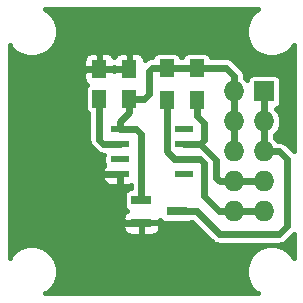
<source format=gbr>
G04 #@! TF.GenerationSoftware,KiCad,Pcbnew,5.1.4+dfsg1-1~bpo10+1*
G04 #@! TF.CreationDate,2019-11-26T13:36:03-07:00*
G04 #@! TF.ProjectId,encoder_as5601,656e636f-6465-4725-9f61-73353630312e,rev?*
G04 #@! TF.SameCoordinates,Original*
G04 #@! TF.FileFunction,Copper,L1,Top*
G04 #@! TF.FilePolarity,Positive*
%FSLAX46Y46*%
G04 Gerber Fmt 4.6, Leading zero omitted, Abs format (unit mm)*
G04 Created by KiCad (PCBNEW 5.1.4+dfsg1-1~bpo10+1) date 2019-11-26 13:36:03*
%MOMM*%
%LPD*%
G04 APERTURE LIST*
%ADD10C,0.800000*%
%ADD11R,1.300000X1.500000*%
%ADD12R,1.550000X0.600000*%
%ADD13R,1.250000X1.500000*%
%ADD14R,1.800860X0.800100*%
%ADD15R,1.727200X1.727200*%
%ADD16O,1.727200X1.727200*%
%ADD17C,0.600000*%
%ADD18C,0.400000*%
G04 APERTURE END LIST*
D10*
X139065000Y-77470000D03*
X127635000Y-100330000D03*
X139065000Y-100330000D03*
X127635000Y-77470000D03*
X121920000Y-94615000D03*
D11*
X137160000Y-81835000D03*
X137160000Y-84535000D03*
D12*
X130650000Y-86995000D03*
X130650000Y-88265000D03*
X130650000Y-89535000D03*
X130650000Y-90805000D03*
X136050000Y-90805000D03*
X136050000Y-89535000D03*
X136050000Y-88265000D03*
X136050000Y-86995000D03*
D13*
X131445000Y-84435000D03*
X131445000Y-81935000D03*
X128905000Y-84435000D03*
X128905000Y-81935000D03*
D14*
X132483860Y-93030000D03*
X132483860Y-94930000D03*
X135486140Y-93980000D03*
D11*
X134620000Y-81835000D03*
X134620000Y-84535000D03*
D15*
X142875000Y-83820000D03*
D16*
X140335000Y-83820000D03*
X142875000Y-86360000D03*
X140335000Y-86360000D03*
X142875000Y-88900000D03*
X140335000Y-88900000D03*
X142875000Y-91440000D03*
X140335000Y-91440000D03*
X142875000Y-93980000D03*
X140335000Y-93980000D03*
D10*
X121920000Y-83185000D03*
D17*
X132483860Y-94930000D02*
X130983430Y-94930000D01*
X130650000Y-94596570D02*
X130650000Y-91705000D01*
X130983430Y-94930000D02*
X130650000Y-94596570D01*
X130650000Y-91705000D02*
X130650000Y-90805000D01*
X128905000Y-81935000D02*
X127615000Y-81935000D01*
X127000000Y-90170000D02*
X127635000Y-90805000D01*
X127615000Y-81935000D02*
X127000000Y-82550000D01*
X127000000Y-82550000D02*
X127000000Y-90170000D01*
X127635000Y-90805000D02*
X130650000Y-90805000D01*
X128905000Y-81935000D02*
X131445000Y-81935000D01*
X128905000Y-84435000D02*
X128905000Y-87895000D01*
X128905000Y-87895000D02*
X129275000Y-88265000D01*
X129275000Y-88265000D02*
X130650000Y-88265000D01*
X140335000Y-93980000D02*
X139065000Y-93980000D01*
X139065000Y-93980000D02*
X137795000Y-92710000D01*
X137795000Y-92710000D02*
X137795000Y-89905000D01*
X137795000Y-89905000D02*
X137425000Y-89535000D01*
X137425000Y-89535000D02*
X136050000Y-89535000D01*
X135255000Y-89535000D02*
X134620000Y-88900000D01*
X136050000Y-89535000D02*
X135255000Y-89535000D01*
X134620000Y-85885000D02*
X134620000Y-88900000D01*
X134620000Y-84535000D02*
X134620000Y-85885000D01*
X140335000Y-93980000D02*
X142875000Y-93980000D01*
X137425000Y-88265000D02*
X137424998Y-88265000D01*
X137424998Y-88265000D02*
X136050000Y-88265000D01*
X140335000Y-91440000D02*
X139113686Y-91440000D01*
X139113686Y-91440000D02*
X138811000Y-91137314D01*
X137425000Y-88276000D02*
X137425000Y-88265000D01*
X138811000Y-91137314D02*
X138811000Y-89662000D01*
X138811000Y-89662000D02*
X137425000Y-88276000D01*
X137160000Y-84535000D02*
X137160000Y-85885000D01*
X137160000Y-85885000D02*
X137795000Y-86520000D01*
X137795000Y-86520000D02*
X137795000Y-87895000D01*
X137795000Y-87895000D02*
X137425000Y-88265000D01*
X140335000Y-91440000D02*
X142875000Y-91440000D01*
X132483860Y-93030000D02*
X132483860Y-87453860D01*
X130650000Y-86995000D02*
X130650000Y-86393000D01*
X130650000Y-86393000D02*
X131445000Y-85598000D01*
X131445000Y-85598000D02*
X131445000Y-84435000D01*
X131445000Y-84435000D02*
X132670000Y-84435000D01*
X132670000Y-84435000D02*
X133096000Y-84009000D01*
X133096000Y-84009000D02*
X133096000Y-82109000D01*
X133096000Y-82109000D02*
X133370000Y-81835000D01*
X133370000Y-81835000D02*
X134620000Y-81835000D01*
X140335000Y-82550000D02*
X139620000Y-81835000D01*
X139620000Y-81835000D02*
X137160000Y-81835000D01*
X140335000Y-83820000D02*
X140335000Y-82550000D01*
X132025000Y-86995000D02*
X132483860Y-87453860D01*
X130650000Y-86995000D02*
X132025000Y-86995000D01*
X134620000Y-81835000D02*
X137160000Y-81835000D01*
X140335000Y-86360000D02*
X140335000Y-88900000D01*
X140335000Y-83820000D02*
X140335000Y-86360000D01*
X135486140Y-93980000D02*
X137160000Y-93980000D01*
X137160000Y-93980000D02*
X139065000Y-95885000D01*
X139065000Y-95885000D02*
X144145000Y-95885000D01*
X144145000Y-95885000D02*
X144780000Y-95250000D01*
X144780000Y-95250000D02*
X144780000Y-89535000D01*
X144780000Y-89535000D02*
X144145000Y-88900000D01*
X144145000Y-88900000D02*
X142875000Y-88900000D01*
X142875000Y-86360000D02*
X142875000Y-83820000D01*
X142875000Y-88900000D02*
X142875000Y-86360000D01*
D18*
G36*
X142107582Y-77031148D02*
G01*
X141801148Y-77337582D01*
X141560385Y-77697909D01*
X141394545Y-78098284D01*
X141310000Y-78523319D01*
X141310000Y-78956681D01*
X141394545Y-79381716D01*
X141560385Y-79782091D01*
X141801148Y-80142418D01*
X142107582Y-80448852D01*
X142467909Y-80689615D01*
X142868284Y-80855455D01*
X143293319Y-80940000D01*
X143726681Y-80940000D01*
X144151716Y-80855455D01*
X144552091Y-80689615D01*
X144912418Y-80448852D01*
X145218852Y-80142418D01*
X145375001Y-79908725D01*
X145375001Y-88857209D01*
X144812657Y-88294865D01*
X144784475Y-88260525D01*
X144647432Y-88148057D01*
X144491081Y-88064486D01*
X144321431Y-88013023D01*
X144189207Y-88000000D01*
X144189206Y-88000000D01*
X144145000Y-87995646D01*
X144100794Y-88000000D01*
X144029766Y-88000000D01*
X143914929Y-87860071D01*
X143775000Y-87745234D01*
X143775000Y-87514766D01*
X143914929Y-87399929D01*
X144097827Y-87177067D01*
X144233732Y-86922805D01*
X144317422Y-86646916D01*
X144345681Y-86360000D01*
X144317422Y-86073084D01*
X144233732Y-85797195D01*
X144097827Y-85542933D01*
X143914929Y-85320071D01*
X143858914Y-85274101D01*
X143969321Y-85240610D01*
X144073555Y-85184896D01*
X144164917Y-85109917D01*
X144239896Y-85018555D01*
X144295610Y-84914321D01*
X144329918Y-84801221D01*
X144341503Y-84683600D01*
X144341503Y-82956400D01*
X144329918Y-82838779D01*
X144295610Y-82725679D01*
X144239896Y-82621445D01*
X144164917Y-82530083D01*
X144073555Y-82455104D01*
X143969321Y-82399390D01*
X143856221Y-82365082D01*
X143738600Y-82353497D01*
X142011400Y-82353497D01*
X141893779Y-82365082D01*
X141780679Y-82399390D01*
X141676445Y-82455104D01*
X141585083Y-82530083D01*
X141510104Y-82621445D01*
X141454390Y-82725679D01*
X141420899Y-82836086D01*
X141374929Y-82780071D01*
X141235000Y-82665234D01*
X141235000Y-82594207D01*
X141239354Y-82550000D01*
X141221977Y-82373569D01*
X141170514Y-82203918D01*
X141086943Y-82047568D01*
X141002655Y-81944863D01*
X140974475Y-81910525D01*
X140940135Y-81882343D01*
X140287657Y-81229865D01*
X140259475Y-81195525D01*
X140122432Y-81083057D01*
X139966081Y-80999486D01*
X139796431Y-80948023D01*
X139664207Y-80935000D01*
X139664206Y-80935000D01*
X139620000Y-80930646D01*
X139575794Y-80935000D01*
X138391496Y-80935000D01*
X138367010Y-80854279D01*
X138311296Y-80750045D01*
X138236317Y-80658683D01*
X138144955Y-80583704D01*
X138040721Y-80527990D01*
X137927621Y-80493682D01*
X137810000Y-80482097D01*
X136510000Y-80482097D01*
X136392379Y-80493682D01*
X136279279Y-80527990D01*
X136175045Y-80583704D01*
X136083683Y-80658683D01*
X136008704Y-80750045D01*
X135952990Y-80854279D01*
X135928504Y-80935000D01*
X135851496Y-80935000D01*
X135827010Y-80854279D01*
X135771296Y-80750045D01*
X135696317Y-80658683D01*
X135604955Y-80583704D01*
X135500721Y-80527990D01*
X135387621Y-80493682D01*
X135270000Y-80482097D01*
X133970000Y-80482097D01*
X133852379Y-80493682D01*
X133739279Y-80527990D01*
X133635045Y-80583704D01*
X133543683Y-80658683D01*
X133468704Y-80750045D01*
X133412990Y-80854279D01*
X133389250Y-80932542D01*
X133370000Y-80930646D01*
X133325793Y-80935000D01*
X133193569Y-80948023D01*
X133023919Y-80999486D01*
X132867568Y-81083057D01*
X132771141Y-81162193D01*
X132759872Y-81047776D01*
X132719845Y-80915825D01*
X132654845Y-80794219D01*
X132567370Y-80687630D01*
X132460781Y-80600155D01*
X132339175Y-80535155D01*
X132207224Y-80495128D01*
X132070000Y-80481613D01*
X131670000Y-80485000D01*
X131495000Y-80660000D01*
X131495000Y-81885000D01*
X131515000Y-81885000D01*
X131515000Y-81985000D01*
X131495000Y-81985000D01*
X131495000Y-82005000D01*
X131395000Y-82005000D01*
X131395000Y-81985000D01*
X130295000Y-81985000D01*
X130175000Y-82105000D01*
X130055000Y-81985000D01*
X128955000Y-81985000D01*
X128955000Y-82005000D01*
X128855000Y-82005000D01*
X128855000Y-81985000D01*
X127755000Y-81985000D01*
X127580000Y-82160000D01*
X127576613Y-82685000D01*
X127590128Y-82822224D01*
X127630155Y-82954175D01*
X127695155Y-83075781D01*
X127782630Y-83182370D01*
X127864650Y-83249682D01*
X127853683Y-83258683D01*
X127778704Y-83350045D01*
X127722990Y-83454279D01*
X127688682Y-83567379D01*
X127677097Y-83685000D01*
X127677097Y-85185000D01*
X127688682Y-85302621D01*
X127722990Y-85415721D01*
X127778704Y-85519955D01*
X127853683Y-85611317D01*
X127945045Y-85686296D01*
X128005000Y-85718343D01*
X128005001Y-87850784D01*
X128000646Y-87895000D01*
X128018023Y-88071430D01*
X128069487Y-88241081D01*
X128153057Y-88397431D01*
X128237345Y-88500137D01*
X128237348Y-88500140D01*
X128265526Y-88534475D01*
X128299861Y-88562653D01*
X128607343Y-88870135D01*
X128635525Y-88904475D01*
X128772568Y-89016943D01*
X128928919Y-89100514D01*
X129098569Y-89151977D01*
X129274999Y-89169354D01*
X129278598Y-89169000D01*
X129272097Y-89235000D01*
X129272097Y-89835000D01*
X129283682Y-89952621D01*
X129317990Y-90065721D01*
X129322710Y-90074551D01*
X129290155Y-90114219D01*
X129225155Y-90235825D01*
X129185128Y-90367776D01*
X129171613Y-90505000D01*
X129175000Y-90580000D01*
X129350000Y-90755000D01*
X130600000Y-90755000D01*
X130600000Y-90735000D01*
X130700000Y-90735000D01*
X130700000Y-90755000D01*
X130720000Y-90755000D01*
X130720000Y-90855000D01*
X130700000Y-90855000D01*
X130700000Y-91630000D01*
X130875000Y-91805000D01*
X131425000Y-91808387D01*
X131562224Y-91794872D01*
X131583860Y-91788309D01*
X131583860Y-92027047D01*
X131583430Y-92027047D01*
X131465809Y-92038632D01*
X131352709Y-92072940D01*
X131248475Y-92128654D01*
X131157113Y-92203633D01*
X131082134Y-92294995D01*
X131026420Y-92399229D01*
X130992112Y-92512329D01*
X130980527Y-92629950D01*
X130980527Y-93430050D01*
X130992112Y-93547671D01*
X131026420Y-93660771D01*
X131082134Y-93765005D01*
X131157113Y-93856367D01*
X131236609Y-93921608D01*
X131192649Y-93945105D01*
X131086060Y-94032580D01*
X130998585Y-94139169D01*
X130933585Y-94260775D01*
X130893558Y-94392726D01*
X130880043Y-94529950D01*
X130883430Y-94705000D01*
X131058430Y-94880000D01*
X132433860Y-94880000D01*
X132433860Y-94860000D01*
X132533860Y-94860000D01*
X132533860Y-94880000D01*
X133909290Y-94880000D01*
X134080886Y-94708404D01*
X134084414Y-94715005D01*
X134159393Y-94806367D01*
X134250755Y-94881346D01*
X134354989Y-94937060D01*
X134468089Y-94971368D01*
X134585710Y-94982953D01*
X136386570Y-94982953D01*
X136504191Y-94971368D01*
X136617291Y-94937060D01*
X136721525Y-94881346D01*
X136723165Y-94880000D01*
X136787208Y-94880000D01*
X138397343Y-96490135D01*
X138425525Y-96524475D01*
X138562568Y-96636943D01*
X138718919Y-96720514D01*
X138888569Y-96771977D01*
X139065000Y-96789354D01*
X139109207Y-96785000D01*
X144100794Y-96785000D01*
X144145000Y-96789354D01*
X144189206Y-96785000D01*
X144189207Y-96785000D01*
X144321431Y-96771977D01*
X144491081Y-96720514D01*
X144647432Y-96636943D01*
X144784475Y-96524475D01*
X144812657Y-96490135D01*
X145375000Y-95927792D01*
X145375000Y-97891274D01*
X145218852Y-97657582D01*
X144912418Y-97351148D01*
X144552091Y-97110385D01*
X144151716Y-96944545D01*
X143726681Y-96860000D01*
X143293319Y-96860000D01*
X142868284Y-96944545D01*
X142467909Y-97110385D01*
X142107582Y-97351148D01*
X141801148Y-97657582D01*
X141560385Y-98017909D01*
X141394545Y-98418284D01*
X141310000Y-98843319D01*
X141310000Y-99276681D01*
X141394545Y-99701716D01*
X141560385Y-100102091D01*
X141801148Y-100462418D01*
X142107582Y-100768852D01*
X142341274Y-100925000D01*
X124358726Y-100925000D01*
X124592418Y-100768852D01*
X124898852Y-100462418D01*
X125139615Y-100102091D01*
X125305455Y-99701716D01*
X125390000Y-99276681D01*
X125390000Y-98843319D01*
X125305455Y-98418284D01*
X125139615Y-98017909D01*
X124898852Y-97657582D01*
X124592418Y-97351148D01*
X124232091Y-97110385D01*
X123831716Y-96944545D01*
X123406681Y-96860000D01*
X122973319Y-96860000D01*
X122548284Y-96944545D01*
X122147909Y-97110385D01*
X121787582Y-97351148D01*
X121481148Y-97657582D01*
X121325000Y-97891274D01*
X121325000Y-95330050D01*
X130880043Y-95330050D01*
X130893558Y-95467274D01*
X130933585Y-95599225D01*
X130998585Y-95720831D01*
X131086060Y-95827420D01*
X131192649Y-95914895D01*
X131314255Y-95979895D01*
X131446206Y-96019922D01*
X131583430Y-96033437D01*
X132258860Y-96030050D01*
X132433860Y-95855050D01*
X132433860Y-94980000D01*
X132533860Y-94980000D01*
X132533860Y-95855050D01*
X132708860Y-96030050D01*
X133384290Y-96033437D01*
X133521514Y-96019922D01*
X133653465Y-95979895D01*
X133775071Y-95914895D01*
X133881660Y-95827420D01*
X133969135Y-95720831D01*
X134034135Y-95599225D01*
X134074162Y-95467274D01*
X134087677Y-95330050D01*
X134084290Y-95155000D01*
X133909290Y-94980000D01*
X132533860Y-94980000D01*
X132433860Y-94980000D01*
X131058430Y-94980000D01*
X130883430Y-95155000D01*
X130880043Y-95330050D01*
X121325000Y-95330050D01*
X121325000Y-91105000D01*
X129171613Y-91105000D01*
X129185128Y-91242224D01*
X129225155Y-91374175D01*
X129290155Y-91495781D01*
X129377630Y-91602370D01*
X129484219Y-91689845D01*
X129605825Y-91754845D01*
X129737776Y-91794872D01*
X129875000Y-91808387D01*
X130425000Y-91805000D01*
X130600000Y-91630000D01*
X130600000Y-90855000D01*
X129350000Y-90855000D01*
X129175000Y-91030000D01*
X129171613Y-91105000D01*
X121325000Y-91105000D01*
X121325000Y-81185000D01*
X127576613Y-81185000D01*
X127580000Y-81710000D01*
X127755000Y-81885000D01*
X128855000Y-81885000D01*
X128855000Y-80660000D01*
X128955000Y-80660000D01*
X128955000Y-81885000D01*
X130055000Y-81885000D01*
X130175000Y-81765000D01*
X130295000Y-81885000D01*
X131395000Y-81885000D01*
X131395000Y-80660000D01*
X131220000Y-80485000D01*
X130820000Y-80481613D01*
X130682776Y-80495128D01*
X130550825Y-80535155D01*
X130429219Y-80600155D01*
X130322630Y-80687630D01*
X130235155Y-80794219D01*
X130175000Y-80906761D01*
X130114845Y-80794219D01*
X130027370Y-80687630D01*
X129920781Y-80600155D01*
X129799175Y-80535155D01*
X129667224Y-80495128D01*
X129530000Y-80481613D01*
X129130000Y-80485000D01*
X128955000Y-80660000D01*
X128855000Y-80660000D01*
X128680000Y-80485000D01*
X128280000Y-80481613D01*
X128142776Y-80495128D01*
X128010825Y-80535155D01*
X127889219Y-80600155D01*
X127782630Y-80687630D01*
X127695155Y-80794219D01*
X127630155Y-80915825D01*
X127590128Y-81047776D01*
X127576613Y-81185000D01*
X121325000Y-81185000D01*
X121325000Y-79908726D01*
X121481148Y-80142418D01*
X121787582Y-80448852D01*
X122147909Y-80689615D01*
X122548284Y-80855455D01*
X122973319Y-80940000D01*
X123406681Y-80940000D01*
X123831716Y-80855455D01*
X124232091Y-80689615D01*
X124592418Y-80448852D01*
X124898852Y-80142418D01*
X125139615Y-79782091D01*
X125305455Y-79381716D01*
X125390000Y-78956681D01*
X125390000Y-78523319D01*
X125305455Y-78098284D01*
X125139615Y-77697909D01*
X124898852Y-77337582D01*
X124592418Y-77031148D01*
X124358726Y-76875000D01*
X142341274Y-76875000D01*
X142107582Y-77031148D01*
X142107582Y-77031148D01*
G37*
X142107582Y-77031148D02*
X141801148Y-77337582D01*
X141560385Y-77697909D01*
X141394545Y-78098284D01*
X141310000Y-78523319D01*
X141310000Y-78956681D01*
X141394545Y-79381716D01*
X141560385Y-79782091D01*
X141801148Y-80142418D01*
X142107582Y-80448852D01*
X142467909Y-80689615D01*
X142868284Y-80855455D01*
X143293319Y-80940000D01*
X143726681Y-80940000D01*
X144151716Y-80855455D01*
X144552091Y-80689615D01*
X144912418Y-80448852D01*
X145218852Y-80142418D01*
X145375001Y-79908725D01*
X145375001Y-88857209D01*
X144812657Y-88294865D01*
X144784475Y-88260525D01*
X144647432Y-88148057D01*
X144491081Y-88064486D01*
X144321431Y-88013023D01*
X144189207Y-88000000D01*
X144189206Y-88000000D01*
X144145000Y-87995646D01*
X144100794Y-88000000D01*
X144029766Y-88000000D01*
X143914929Y-87860071D01*
X143775000Y-87745234D01*
X143775000Y-87514766D01*
X143914929Y-87399929D01*
X144097827Y-87177067D01*
X144233732Y-86922805D01*
X144317422Y-86646916D01*
X144345681Y-86360000D01*
X144317422Y-86073084D01*
X144233732Y-85797195D01*
X144097827Y-85542933D01*
X143914929Y-85320071D01*
X143858914Y-85274101D01*
X143969321Y-85240610D01*
X144073555Y-85184896D01*
X144164917Y-85109917D01*
X144239896Y-85018555D01*
X144295610Y-84914321D01*
X144329918Y-84801221D01*
X144341503Y-84683600D01*
X144341503Y-82956400D01*
X144329918Y-82838779D01*
X144295610Y-82725679D01*
X144239896Y-82621445D01*
X144164917Y-82530083D01*
X144073555Y-82455104D01*
X143969321Y-82399390D01*
X143856221Y-82365082D01*
X143738600Y-82353497D01*
X142011400Y-82353497D01*
X141893779Y-82365082D01*
X141780679Y-82399390D01*
X141676445Y-82455104D01*
X141585083Y-82530083D01*
X141510104Y-82621445D01*
X141454390Y-82725679D01*
X141420899Y-82836086D01*
X141374929Y-82780071D01*
X141235000Y-82665234D01*
X141235000Y-82594207D01*
X141239354Y-82550000D01*
X141221977Y-82373569D01*
X141170514Y-82203918D01*
X141086943Y-82047568D01*
X141002655Y-81944863D01*
X140974475Y-81910525D01*
X140940135Y-81882343D01*
X140287657Y-81229865D01*
X140259475Y-81195525D01*
X140122432Y-81083057D01*
X139966081Y-80999486D01*
X139796431Y-80948023D01*
X139664207Y-80935000D01*
X139664206Y-80935000D01*
X139620000Y-80930646D01*
X139575794Y-80935000D01*
X138391496Y-80935000D01*
X138367010Y-80854279D01*
X138311296Y-80750045D01*
X138236317Y-80658683D01*
X138144955Y-80583704D01*
X138040721Y-80527990D01*
X137927621Y-80493682D01*
X137810000Y-80482097D01*
X136510000Y-80482097D01*
X136392379Y-80493682D01*
X136279279Y-80527990D01*
X136175045Y-80583704D01*
X136083683Y-80658683D01*
X136008704Y-80750045D01*
X135952990Y-80854279D01*
X135928504Y-80935000D01*
X135851496Y-80935000D01*
X135827010Y-80854279D01*
X135771296Y-80750045D01*
X135696317Y-80658683D01*
X135604955Y-80583704D01*
X135500721Y-80527990D01*
X135387621Y-80493682D01*
X135270000Y-80482097D01*
X133970000Y-80482097D01*
X133852379Y-80493682D01*
X133739279Y-80527990D01*
X133635045Y-80583704D01*
X133543683Y-80658683D01*
X133468704Y-80750045D01*
X133412990Y-80854279D01*
X133389250Y-80932542D01*
X133370000Y-80930646D01*
X133325793Y-80935000D01*
X133193569Y-80948023D01*
X133023919Y-80999486D01*
X132867568Y-81083057D01*
X132771141Y-81162193D01*
X132759872Y-81047776D01*
X132719845Y-80915825D01*
X132654845Y-80794219D01*
X132567370Y-80687630D01*
X132460781Y-80600155D01*
X132339175Y-80535155D01*
X132207224Y-80495128D01*
X132070000Y-80481613D01*
X131670000Y-80485000D01*
X131495000Y-80660000D01*
X131495000Y-81885000D01*
X131515000Y-81885000D01*
X131515000Y-81985000D01*
X131495000Y-81985000D01*
X131495000Y-82005000D01*
X131395000Y-82005000D01*
X131395000Y-81985000D01*
X130295000Y-81985000D01*
X130175000Y-82105000D01*
X130055000Y-81985000D01*
X128955000Y-81985000D01*
X128955000Y-82005000D01*
X128855000Y-82005000D01*
X128855000Y-81985000D01*
X127755000Y-81985000D01*
X127580000Y-82160000D01*
X127576613Y-82685000D01*
X127590128Y-82822224D01*
X127630155Y-82954175D01*
X127695155Y-83075781D01*
X127782630Y-83182370D01*
X127864650Y-83249682D01*
X127853683Y-83258683D01*
X127778704Y-83350045D01*
X127722990Y-83454279D01*
X127688682Y-83567379D01*
X127677097Y-83685000D01*
X127677097Y-85185000D01*
X127688682Y-85302621D01*
X127722990Y-85415721D01*
X127778704Y-85519955D01*
X127853683Y-85611317D01*
X127945045Y-85686296D01*
X128005000Y-85718343D01*
X128005001Y-87850784D01*
X128000646Y-87895000D01*
X128018023Y-88071430D01*
X128069487Y-88241081D01*
X128153057Y-88397431D01*
X128237345Y-88500137D01*
X128237348Y-88500140D01*
X128265526Y-88534475D01*
X128299861Y-88562653D01*
X128607343Y-88870135D01*
X128635525Y-88904475D01*
X128772568Y-89016943D01*
X128928919Y-89100514D01*
X129098569Y-89151977D01*
X129274999Y-89169354D01*
X129278598Y-89169000D01*
X129272097Y-89235000D01*
X129272097Y-89835000D01*
X129283682Y-89952621D01*
X129317990Y-90065721D01*
X129322710Y-90074551D01*
X129290155Y-90114219D01*
X129225155Y-90235825D01*
X129185128Y-90367776D01*
X129171613Y-90505000D01*
X129175000Y-90580000D01*
X129350000Y-90755000D01*
X130600000Y-90755000D01*
X130600000Y-90735000D01*
X130700000Y-90735000D01*
X130700000Y-90755000D01*
X130720000Y-90755000D01*
X130720000Y-90855000D01*
X130700000Y-90855000D01*
X130700000Y-91630000D01*
X130875000Y-91805000D01*
X131425000Y-91808387D01*
X131562224Y-91794872D01*
X131583860Y-91788309D01*
X131583860Y-92027047D01*
X131583430Y-92027047D01*
X131465809Y-92038632D01*
X131352709Y-92072940D01*
X131248475Y-92128654D01*
X131157113Y-92203633D01*
X131082134Y-92294995D01*
X131026420Y-92399229D01*
X130992112Y-92512329D01*
X130980527Y-92629950D01*
X130980527Y-93430050D01*
X130992112Y-93547671D01*
X131026420Y-93660771D01*
X131082134Y-93765005D01*
X131157113Y-93856367D01*
X131236609Y-93921608D01*
X131192649Y-93945105D01*
X131086060Y-94032580D01*
X130998585Y-94139169D01*
X130933585Y-94260775D01*
X130893558Y-94392726D01*
X130880043Y-94529950D01*
X130883430Y-94705000D01*
X131058430Y-94880000D01*
X132433860Y-94880000D01*
X132433860Y-94860000D01*
X132533860Y-94860000D01*
X132533860Y-94880000D01*
X133909290Y-94880000D01*
X134080886Y-94708404D01*
X134084414Y-94715005D01*
X134159393Y-94806367D01*
X134250755Y-94881346D01*
X134354989Y-94937060D01*
X134468089Y-94971368D01*
X134585710Y-94982953D01*
X136386570Y-94982953D01*
X136504191Y-94971368D01*
X136617291Y-94937060D01*
X136721525Y-94881346D01*
X136723165Y-94880000D01*
X136787208Y-94880000D01*
X138397343Y-96490135D01*
X138425525Y-96524475D01*
X138562568Y-96636943D01*
X138718919Y-96720514D01*
X138888569Y-96771977D01*
X139065000Y-96789354D01*
X139109207Y-96785000D01*
X144100794Y-96785000D01*
X144145000Y-96789354D01*
X144189206Y-96785000D01*
X144189207Y-96785000D01*
X144321431Y-96771977D01*
X144491081Y-96720514D01*
X144647432Y-96636943D01*
X144784475Y-96524475D01*
X144812657Y-96490135D01*
X145375000Y-95927792D01*
X145375000Y-97891274D01*
X145218852Y-97657582D01*
X144912418Y-97351148D01*
X144552091Y-97110385D01*
X144151716Y-96944545D01*
X143726681Y-96860000D01*
X143293319Y-96860000D01*
X142868284Y-96944545D01*
X142467909Y-97110385D01*
X142107582Y-97351148D01*
X141801148Y-97657582D01*
X141560385Y-98017909D01*
X141394545Y-98418284D01*
X141310000Y-98843319D01*
X141310000Y-99276681D01*
X141394545Y-99701716D01*
X141560385Y-100102091D01*
X141801148Y-100462418D01*
X142107582Y-100768852D01*
X142341274Y-100925000D01*
X124358726Y-100925000D01*
X124592418Y-100768852D01*
X124898852Y-100462418D01*
X125139615Y-100102091D01*
X125305455Y-99701716D01*
X125390000Y-99276681D01*
X125390000Y-98843319D01*
X125305455Y-98418284D01*
X125139615Y-98017909D01*
X124898852Y-97657582D01*
X124592418Y-97351148D01*
X124232091Y-97110385D01*
X123831716Y-96944545D01*
X123406681Y-96860000D01*
X122973319Y-96860000D01*
X122548284Y-96944545D01*
X122147909Y-97110385D01*
X121787582Y-97351148D01*
X121481148Y-97657582D01*
X121325000Y-97891274D01*
X121325000Y-95330050D01*
X130880043Y-95330050D01*
X130893558Y-95467274D01*
X130933585Y-95599225D01*
X130998585Y-95720831D01*
X131086060Y-95827420D01*
X131192649Y-95914895D01*
X131314255Y-95979895D01*
X131446206Y-96019922D01*
X131583430Y-96033437D01*
X132258860Y-96030050D01*
X132433860Y-95855050D01*
X132433860Y-94980000D01*
X132533860Y-94980000D01*
X132533860Y-95855050D01*
X132708860Y-96030050D01*
X133384290Y-96033437D01*
X133521514Y-96019922D01*
X133653465Y-95979895D01*
X133775071Y-95914895D01*
X133881660Y-95827420D01*
X133969135Y-95720831D01*
X134034135Y-95599225D01*
X134074162Y-95467274D01*
X134087677Y-95330050D01*
X134084290Y-95155000D01*
X133909290Y-94980000D01*
X132533860Y-94980000D01*
X132433860Y-94980000D01*
X131058430Y-94980000D01*
X130883430Y-95155000D01*
X130880043Y-95330050D01*
X121325000Y-95330050D01*
X121325000Y-91105000D01*
X129171613Y-91105000D01*
X129185128Y-91242224D01*
X129225155Y-91374175D01*
X129290155Y-91495781D01*
X129377630Y-91602370D01*
X129484219Y-91689845D01*
X129605825Y-91754845D01*
X129737776Y-91794872D01*
X129875000Y-91808387D01*
X130425000Y-91805000D01*
X130600000Y-91630000D01*
X130600000Y-90855000D01*
X129350000Y-90855000D01*
X129175000Y-91030000D01*
X129171613Y-91105000D01*
X121325000Y-91105000D01*
X121325000Y-81185000D01*
X127576613Y-81185000D01*
X127580000Y-81710000D01*
X127755000Y-81885000D01*
X128855000Y-81885000D01*
X128855000Y-80660000D01*
X128955000Y-80660000D01*
X128955000Y-81885000D01*
X130055000Y-81885000D01*
X130175000Y-81765000D01*
X130295000Y-81885000D01*
X131395000Y-81885000D01*
X131395000Y-80660000D01*
X131220000Y-80485000D01*
X130820000Y-80481613D01*
X130682776Y-80495128D01*
X130550825Y-80535155D01*
X130429219Y-80600155D01*
X130322630Y-80687630D01*
X130235155Y-80794219D01*
X130175000Y-80906761D01*
X130114845Y-80794219D01*
X130027370Y-80687630D01*
X129920781Y-80600155D01*
X129799175Y-80535155D01*
X129667224Y-80495128D01*
X129530000Y-80481613D01*
X129130000Y-80485000D01*
X128955000Y-80660000D01*
X128855000Y-80660000D01*
X128680000Y-80485000D01*
X128280000Y-80481613D01*
X128142776Y-80495128D01*
X128010825Y-80535155D01*
X127889219Y-80600155D01*
X127782630Y-80687630D01*
X127695155Y-80794219D01*
X127630155Y-80915825D01*
X127590128Y-81047776D01*
X127576613Y-81185000D01*
X121325000Y-81185000D01*
X121325000Y-79908726D01*
X121481148Y-80142418D01*
X121787582Y-80448852D01*
X122147909Y-80689615D01*
X122548284Y-80855455D01*
X122973319Y-80940000D01*
X123406681Y-80940000D01*
X123831716Y-80855455D01*
X124232091Y-80689615D01*
X124592418Y-80448852D01*
X124898852Y-80142418D01*
X125139615Y-79782091D01*
X125305455Y-79381716D01*
X125390000Y-78956681D01*
X125390000Y-78523319D01*
X125305455Y-78098284D01*
X125139615Y-77697909D01*
X124898852Y-77337582D01*
X124592418Y-77031148D01*
X124358726Y-76875000D01*
X142341274Y-76875000D01*
X142107582Y-77031148D01*
M02*

</source>
